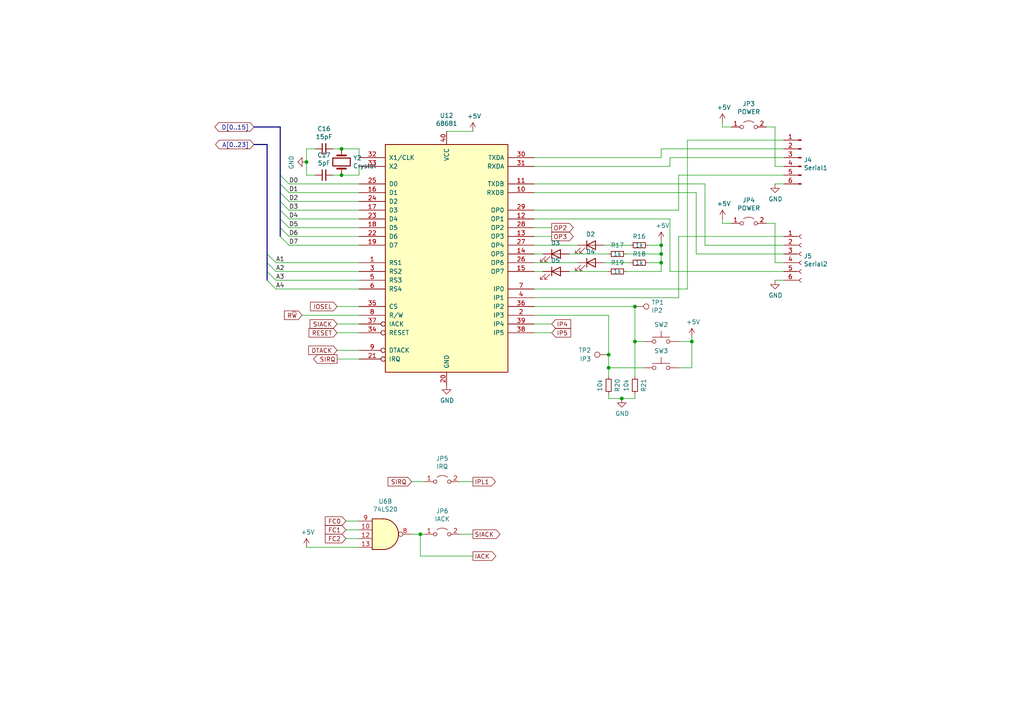
<source format=kicad_sch>
(kicad_sch (version 20211123) (generator eeschema)
  (paper "A4")
  (title_block (title "68k-SBC") (rev "2"))
  (lib_symbols
    (symbol "74xx:74LS20" (pin_names (offset 1.016))
      (property "Reference" "U" (at 0 1.27 0))
      (property "Value" "74LS20" (at 0 -1.27 0))
      (symbol "74LS20_1_1"
        (arc (start -0.635 -4.445) (mid 3.81 0) (end -0.635 4.445) (stroke (width 0.254)) (fill (type background)))
        (polyline (pts (xy -0.635 4.445) (xy -3.81 4.445) (xy -3.81 -4.445) (xy -0.635 -4.445)) (stroke (width 0.254)) (fill (type background)))
        (pin input line (at -7.62 3.81 0) (length 3.81) (name "~") (number "1"))
        (pin input line (at -7.62 1.27 0) (length 3.81) (name "~") (number "2"))
        (pin input line (at -7.62 -1.27 0) (length 3.81) (name "~") (number "4"))
        (pin input line (at -7.62 -3.81 0) (length 3.81) (name "~") (number "5"))
        (pin output inverted (at 7.62 0 180) (length 3.81) (name "~") (number "6"))
      )
      (symbol "74LS20_1_2"
        (arc (start -3.81 -4.445) (mid -2.5908 0) (end -3.81 4.445) (stroke (width 0.254)))
        (arc (start -0.6096 -4.445) (mid 2.2246 -2.8422) (end 3.81 0) (stroke (width 0.254)) (fill (type background)))
        (polyline (pts (xy -3.81 -4.445) (xy -0.635 -4.445)) (stroke (width 0.254)) (fill (type background)))
        (polyline (pts (xy -3.81 4.445) (xy -0.635 4.445)) (stroke (width 0.254)) (fill (type background)))
        (polyline (pts (xy -0.635 4.445) (xy -3.81 4.445) (xy -3.81 4.445) (xy -3.6322 4.0894) (xy -3.0988 2.921) (xy -2.7686 1.6764) (xy -2.6162 0.4318) (xy -2.6416 -0.8636) (xy -2.8702 -2.1082) (xy -3.2512 -3.3274) (xy -3.81 -4.445) (xy -3.81 -4.445) (xy -0.635 -4.445)) (stroke (width -25.4)) (fill (type background)))
        (arc (start 3.81 0) (mid 2.2204 2.8379) (end -0.6096 4.445) (stroke (width 0.254)) (fill (type background)))
        (pin input inverted (at -7.62 3.81 0) (length 3.81) (name "~") (number "1"))
        (pin input inverted (at -7.62 1.27 0) (length 4.826) (name "~") (number "2"))
        (pin input inverted (at -7.62 -1.27 0) (length 4.826) (name "~") (number "4"))
        (pin input inverted (at -7.62 -3.81 0) (length 3.81) (name "~") (number "5"))
        (pin output line (at 7.62 0 180) (length 3.81) (name "~") (number "6"))
      )
      (symbol "74LS20_2_1"
        (arc (start -0.635 -4.445) (mid 3.81 0) (end -0.635 4.445) (stroke (width 0.254)) (fill (type background)))
        (polyline (pts (xy -0.635 4.445) (xy -3.81 4.445) (xy -3.81 -4.445) (xy -0.635 -4.445)) (stroke (width 0.254)) (fill (type background)))
        (pin input line (at -7.62 1.27 0) (length 3.81) (name "~") (number "10"))
        (pin input line (at -7.62 -1.27 0) (length 3.81) (name "~") (number "12"))
        (pin input line (at -7.62 -3.81 0) (length 3.81) (name "~") (number "13"))
        (pin output inverted (at 7.62 0 180) (length 3.81) (name "~") (number "8"))
        (pin input line (at -7.62 3.81 0) (length 3.81) (name "~") (number "9"))
      )
      (symbol "74LS20_2_2"
        (arc (start -3.81 -4.445) (mid -2.5908 0) (end -3.81 4.445) (stroke (width 0.254)))
        (arc (start -0.6096 -4.445) (mid 2.2246 -2.8422) (end 3.81 0) (stroke (width 0.254)) (fill (type background)))
        (polyline (pts (xy -3.81 -4.445) (xy -0.635 -4.445)) (stroke (width 0.254)) (fill (type background)))
        (polyline (pts (xy -3.81 4.445) (xy -0.635 4.445)) (stroke (width 0.254)) (fill (type background)))
        (polyline (pts (xy -0.635 4.445) (xy -3.81 4.445) (xy -3.81 4.445) (xy -3.6322 4.0894) (xy -3.0988 2.921) (xy -2.7686 1.6764) (xy -2.6162 0.4318) (xy -2.6416 -0.8636) (xy -2.8702 -2.1082) (xy -3.2512 -3.3274) (xy -3.81 -4.445) (xy -3.81 -4.445) (xy -0.635 -4.445)) (stroke (width -25.4)) (fill (type background)))
        (arc (start 3.81 0) (mid 2.2204 2.8379) (end -0.6096 4.445) (stroke (width 0.254)) (fill (type background)))
        (pin input inverted (at -7.62 1.27 0) (length 4.826) (name "~") (number "10"))
        (pin input inverted (at -7.62 -1.27 0) (length 4.826) (name "~") (number "12"))
        (pin input inverted (at -7.62 -3.81 0) (length 3.81) (name "~") (number "13"))
        (pin output line (at 7.62 0 180) (length 3.81) (name "~") (number "8"))
        (pin input inverted (at -7.62 3.81 0) (length 3.81) (name "~") (number "9"))
      )
      (symbol "74LS20_3_0"
        (pin power_in line (at 0 12.7 270) (length 5.08) (name "VCC") (number "14"))
        (pin power_in line (at 0 -12.7 90) (length 5.08) (name "GND") (number "7"))
      )
      (symbol "74LS20_3_1"
        (rectangle (start -5.08 7.62) (end 5.08 -7.62) (stroke (width 0.254)) (fill (type background)))
      )
    )
    (symbol "Connector:Conn_01x06_Female" (pin_names (offset 1.016) hide)
      (property "Reference" "J" (at 0 7.62 0))
      (property "Value" "Conn_01x06_Female" (at 0 -10.16 0))
      (symbol "Conn_01x06_Female_1_1"
        (arc (start 0 -7.112) (mid -0.508 -7.62) (end 0 -8.128) (stroke (width 0.1524)))
        (arc (start 0 -4.572) (mid -0.508 -5.08) (end 0 -5.588) (stroke (width 0.1524)))
        (arc (start 0 -2.032) (mid -0.508 -2.54) (end 0 -3.048) (stroke (width 0.1524)))
        (polyline (pts (xy -1.27 -7.62) (xy -0.508 -7.62)) (stroke (width 0.1524)))
        (polyline (pts (xy -1.27 -5.08) (xy -0.508 -5.08)) (stroke (width 0.1524)))
        (polyline (pts (xy -1.27 -2.54) (xy -0.508 -2.54)) (stroke (width 0.1524)))
        (polyline (pts (xy -1.27 0) (xy -0.508 0)) (stroke (width 0.1524)))
        (polyline (pts (xy -1.27 2.54) (xy -0.508 2.54)) (stroke (width 0.1524)))
        (polyline (pts (xy -1.27 5.08) (xy -0.508 5.08)) (stroke (width 0.1524)))
        (arc (start 0 0.508) (mid -0.508 0) (end 0 -0.508) (stroke (width 0.1524)))
        (arc (start 0 3.048) (mid -0.508 2.54) (end 0 2.032) (stroke (width 0.1524)))
        (arc (start 0 5.588) (mid -0.508 5.08) (end 0 4.572) (stroke (width 0.1524)))
        (pin passive line (at -5.08 5.08 0) (length 3.81) (name "Pin_1") (number "1"))
        (pin passive line (at -5.08 2.54 0) (length 3.81) (name "Pin_2") (number "2"))
        (pin passive line (at -5.08 0 0) (length 3.81) (name "Pin_3") (number "3"))
        (pin passive line (at -5.08 -2.54 0) (length 3.81) (name "Pin_4") (number "4"))
        (pin passive line (at -5.08 -5.08 0) (length 3.81) (name "Pin_5") (number "5"))
        (pin passive line (at -5.08 -7.62 0) (length 3.81) (name "Pin_6") (number "6"))
      )
    )
    (symbol "Connector:Conn_01x06_Male" (pin_names (offset 1.016) hide)
      (property "Reference" "J" (at 0 7.62 0))
      (property "Value" "Conn_01x06_Male" (at 0 -10.16 0))
      (symbol "Conn_01x06_Male_1_1"
        (polyline (pts (xy 1.27 -7.62) (xy 0.8636 -7.62)) (stroke (width 0.1524)))
        (polyline (pts (xy 1.27 -5.08) (xy 0.8636 -5.08)) (stroke (width 0.1524)))
        (polyline (pts (xy 1.27 -2.54) (xy 0.8636 -2.54)) (stroke (width 0.1524)))
        (polyline (pts (xy 1.27 0) (xy 0.8636 0)) (stroke (width 0.1524)))
        (polyline (pts (xy 1.27 2.54) (xy 0.8636 2.54)) (stroke (width 0.1524)))
        (polyline (pts (xy 1.27 5.08) (xy 0.8636 5.08)) (stroke (width 0.1524)))
        (rectangle (start 0.8636 -7.493) (end 0 -7.747) (stroke (width 0.1524)) (fill (type outline)))
        (rectangle (start 0.8636 -4.953) (end 0 -5.207) (stroke (width 0.1524)) (fill (type outline)))
        (rectangle (start 0.8636 -2.413) (end 0 -2.667) (stroke (width 0.1524)) (fill (type outline)))
        (rectangle (start 0.8636 0.127) (end 0 -0.127) (stroke (width 0.1524)) (fill (type outline)))
        (rectangle (start 0.8636 2.667) (end 0 2.413) (stroke (width 0.1524)) (fill (type outline)))
        (rectangle (start 0.8636 5.207) (end 0 4.953) (stroke (width 0.1524)) (fill (type outline)))
        (pin passive line (at 5.08 5.08 180) (length 3.81) (name "Pin_1") (number "1"))
        (pin passive line (at 5.08 2.54 180) (length 3.81) (name "Pin_2") (number "2"))
        (pin passive line (at 5.08 0 180) (length 3.81) (name "Pin_3") (number "3"))
        (pin passive line (at 5.08 -2.54 180) (length 3.81) (name "Pin_4") (number "4"))
        (pin passive line (at 5.08 -5.08 180) (length 3.81) (name "Pin_5") (number "5"))
        (pin passive line (at 5.08 -7.62 180) (length 3.81) (name "Pin_6") (number "6"))
      )
    )
    (symbol "Connector:TestPoint" (pin_numbers hide) (pin_names (offset 0.762) hide)
      (property "Reference" "TP" (at 0 6.858 0))
      (property "Value" "TestPoint" (at 0 5.08 0))
      (symbol "TestPoint_0_1"
        (circle (center 0 3.302) (radius 0.762))
      )
      (symbol "TestPoint_1_1"
        (pin passive line (at 0 0 90) (length 2.54) (name "1") (number "1"))
      )
    )
    (symbol "Device:C_Small" (pin_numbers hide) (pin_names (offset 0.254) hide)
      (property "Reference" "C" (at 0.254 1.778 0))
      (property "Value" "C_Small" (at 0.254 -2.032 0))
      (symbol "C_Small_0_1"
        (polyline (pts (xy -1.524 -0.508) (xy 1.524 -0.508)) (stroke (width 0.3302)))
        (polyline (pts (xy -1.524 0.508) (xy 1.524 0.508)) (stroke (width 0.3048)))
      )
      (symbol "C_Small_1_1"
        (pin passive line (at 0 2.54 270) (length 2.032) (name "~") (number "1"))
        (pin passive line (at 0 -2.54 90) (length 2.032) (name "~") (number "2"))
      )
    )
    (symbol "Device:Crystal" (pin_numbers hide) (pin_names (offset 1.016) hide)
      (property "Reference" "Y" (at 0 3.81 0))
      (property "Value" "Crystal" (at 0 -3.81 0))
      (symbol "Crystal_0_1"
        (rectangle (start -1.143 2.54) (end 1.143 -2.54) (stroke (width 0.3048)))
        (polyline (pts (xy -2.54 0) (xy -1.905 0)))
        (polyline (pts (xy -1.905 -1.27) (xy -1.905 1.27)) (stroke (width 0.508)))
        (polyline (pts (xy 1.905 -1.27) (xy 1.905 1.27)) (stroke (width 0.508)))
        (polyline (pts (xy 2.54 0) (xy 1.905 0)))
      )
      (symbol "Crystal_1_1"
        (pin passive line (at -3.81 0 0) (length 1.27) (name "1") (number "1"))
        (pin passive line (at 3.81 0 180) (length 1.27) (name "2") (number "2"))
      )
    )
    (symbol "Device:LED" (pin_numbers hide) (pin_names (offset 1.016) hide)
      (property "Reference" "D" (at 0 2.54 0))
      (property "Value" "LED" (at 0 -2.54 0))
      (symbol "LED_0_1"
        (polyline (pts (xy -1.27 -1.27) (xy -1.27 1.27)) (stroke (width 0.254)))
        (polyline (pts (xy -1.27 0) (xy 1.27 0)))
        (polyline (pts (xy 1.27 -1.27) (xy 1.27 1.27) (xy -1.27 0) (xy 1.27 -1.27)) (stroke (width 0.254)))
        (polyline (pts (xy -3.048 -0.762) (xy -4.572 -2.286) (xy -3.81 -2.286) (xy -4.572 -2.286) (xy -4.572 -1.524)))
        (polyline (pts (xy -1.778 -0.762) (xy -3.302 -2.286) (xy -2.54 -2.286) (xy -3.302 -2.286) (xy -3.302 -1.524)))
      )
      (symbol "LED_1_1"
        (pin passive line (at -3.81 0 0) (length 2.54) (name "K") (number "1"))
        (pin passive line (at 3.81 0 180) (length 2.54) (name "A") (number "2"))
      )
    )
    (symbol "Device:R_Small" (pin_numbers hide) (pin_names (offset 0.254) hide)
      (property "Reference" "R" (at 0.762 0.508 0))
      (property "Value" "R_Small" (at 0.762 -1.016 0))
      (symbol "R_Small_0_1"
        (rectangle (start -0.762 1.778) (end 0.762 -1.778) (stroke (width 0.2032)))
      )
      (symbol "R_Small_1_1"
        (pin passive line (at 0 2.54 270) (length 0.762) (name "~") (number "1"))
        (pin passive line (at 0 -2.54 90) (length 0.762) (name "~") (number "2"))
      )
    )
    (symbol "Interface:68681" (pin_names (offset 1.016))
      (property "Reference" "U" (at 0 3.81 0))
      (property "Value" "68681" (at 0 -2.54 0))
      (symbol "68681_0_1"
        (rectangle (start -17.78 -31.75) (end 17.78 34.29) (stroke (width 0.254)) (fill (type background)))
      )
      (symbol "68681_1_1"
        (pin input line (at -25.4 0 0) (length 7.62) (name "RS1") (number "1"))
        (pin input line (at 25.4 20.32 180) (length 7.62) (name "RXDB") (number "10"))
        (pin output line (at 25.4 22.86 180) (length 7.62) (name "TXDB") (number "11"))
        (pin output line (at 25.4 12.7 180) (length 7.62) (name "OP1") (number "12"))
        (pin output line (at 25.4 7.62 180) (length 7.62) (name "OP3") (number "13"))
        (pin output line (at 25.4 2.54 180) (length 7.62) (name "OP5") (number "14"))
        (pin output line (at 25.4 -2.54 180) (length 7.62) (name "OP7") (number "15"))
        (pin tri_state line (at -25.4 20.32 0) (length 7.62) (name "D1") (number "16"))
        (pin tri_state line (at -25.4 15.24 0) (length 7.62) (name "D3") (number "17"))
        (pin tri_state line (at -25.4 10.16 0) (length 7.62) (name "D5") (number "18"))
        (pin tri_state line (at -25.4 5.08 0) (length 7.62) (name "D7") (number "19"))
        (pin input line (at 25.4 -15.24 180) (length 7.62) (name "IP3") (number "2"))
        (pin power_in line (at 0 -35.56 90) (length 3.81) (name "GND") (number "20"))
        (pin output inverted (at -25.4 -27.94 0) (length 7.62) (name "IRQ") (number "21"))
        (pin tri_state line (at -25.4 7.62 0) (length 7.62) (name "D6") (number "22"))
        (pin tri_state line (at -25.4 12.7 0) (length 7.62) (name "D4") (number "23"))
        (pin tri_state line (at -25.4 17.78 0) (length 7.62) (name "D2") (number "24"))
        (pin tri_state line (at -25.4 22.86 0) (length 7.62) (name "D0") (number "25"))
        (pin output line (at 25.4 0 180) (length 7.62) (name "OP6") (number "26"))
        (pin output line (at 25.4 5.08 180) (length 7.62) (name "OP4") (number "27"))
        (pin output line (at 25.4 10.16 180) (length 7.62) (name "OP2") (number "28"))
        (pin output line (at 25.4 15.24 180) (length 7.62) (name "OP0") (number "29"))
        (pin input line (at -25.4 -2.54 0) (length 7.62) (name "RS2") (number "3"))
        (pin output line (at 25.4 30.48 180) (length 7.62) (name "TXDA") (number "30"))
        (pin input line (at 25.4 27.94 180) (length 7.62) (name "RXDA") (number "31"))
        (pin input line (at -25.4 30.48 0) (length 7.62) (name "X1/CLK") (number "32"))
        (pin input line (at -25.4 27.94 0) (length 7.62) (name "X2") (number "33"))
        (pin input inverted (at -25.4 -20.32 0) (length 7.62) (name "RESET") (number "34"))
        (pin input line (at -25.4 -12.7 0) (length 7.62) (name "CS") (number "35"))
        (pin input line (at 25.4 -12.7 180) (length 7.62) (name "IP2") (number "36"))
        (pin input inverted (at -25.4 -17.78 0) (length 7.62) (name "IACK") (number "37"))
        (pin input line (at 25.4 -20.32 180) (length 7.62) (name "IP5") (number "38"))
        (pin input line (at 25.4 -17.78 180) (length 7.62) (name "IP4") (number "39"))
        (pin input line (at 25.4 -10.16 180) (length 7.62) (name "IP1") (number "4"))
        (pin power_in line (at 0 38.1 270) (length 3.81) (name "VCC") (number "40"))
        (pin input line (at -25.4 -5.08 0) (length 7.62) (name "RS3") (number "5"))
        (pin input line (at -25.4 -7.62 0) (length 7.62) (name "RS4") (number "6"))
        (pin input line (at 25.4 -7.62 180) (length 7.62) (name "IP0") (number "7"))
        (pin input line (at -25.4 -15.24 0) (length 7.62) (name "R/W") (number "8"))
        (pin open_collector inverted (at -25.4 -25.4 0) (length 7.62) (name "DTACK") (number "9"))
      )
    )
    (symbol "Jumper:Jumper_2_Open" (pin_names (offset 0) hide)
      (property "Reference" "JP" (at 0 2.794 0))
      (property "Value" "Jumper_2_Open" (at 0 -2.286 0))
      (symbol "Jumper_2_Open_0_0"
        (circle (center -2.032 0) (radius 0.508))
        (circle (center 2.032 0) (radius 0.508))
      )
      (symbol "Jumper_2_Open_0_1"
        (arc (start 1.524 1.27) (mid 0 1.778) (end -1.524 1.27))
      )
      (symbol "Jumper_2_Open_1_1"
        (pin passive line (at -5.08 0 0) (length 2.54) (name "A") (number "1"))
        (pin passive line (at 5.08 0 180) (length 2.54) (name "B") (number "2"))
      )
    )
    (symbol "Switch:SW_Push" (pin_numbers hide) (pin_names (offset 1.016) hide)
      (property "Reference" "SW" (at 1.27 2.54 0))
      (property "Value" "SW_Push" (at 0 -1.524 0))
      (symbol "SW_Push_0_1"
        (circle (center -2.032 0) (radius 0.508))
        (polyline (pts (xy 0 1.27) (xy 0 3.048)))
        (polyline (pts (xy 2.54 1.27) (xy -2.54 1.27)))
        (circle (center 2.032 0) (radius 0.508))
        (pin passive line (at -5.08 0 0) (length 2.54) (name "1") (number "1"))
        (pin passive line (at 5.08 0 180) (length 2.54) (name "2") (number "2"))
      )
    )
    (symbol "power:+5V" (power) (pin_names (offset 0))
      (property "Value" "+5V" (at 0 3.556 0))
      (symbol "+5V_0_1"
        (polyline (pts (xy -0.762 1.27) (xy 0 2.54)))
        (polyline (pts (xy 0 0) (xy 0 2.54)))
        (polyline (pts (xy 0 2.54) (xy 0.762 1.27)))
      )
      (symbol "+5V_1_1"
        (pin power_in line (at 0 0 90) (length 0) hide (name "+5V") (number "1"))
      )
    )
    (symbol "power:GND" (power) (pin_names (offset 0))
      (property "Value" "GND" (at 0 -3.81 0))
      (symbol "GND_0_1"
        (polyline (pts (xy 0 0) (xy 0 -1.27) (xy 1.27 -1.27) (xy 0 -2.54) (xy -1.27 -1.27) (xy 0 -1.27)))
      )
      (symbol "GND_1_1"
        (pin power_in line (at 0 0 270) (length 0) hide (name "GND") (number "1"))
      )
    )
  )
  (junction (at 176.53 106.68))
  (junction (at 88.9 46.99))
  (junction (at 191.77 71.12))
  (junction (at 184.15 88.9))
  (junction (at 191.77 76.2))
  (junction (at 99.06 50.8))
  (junction (at 191.77 73.66))
  (junction (at 121.92 154.94))
  (junction (at 200.66 99.06))
  (junction (at 176.53 102.87))
  (junction (at 99.06 43.18))
  (junction (at 180.34 115.57))
  (junction (at 184.15 99.06))
  (bus_entry (at 80.01 83.82) (size -2.54 -2.54))
  (bus_entry (at 83.82 53.34) (size -2.54 -2.54))
  (bus_entry (at 80.01 81.28) (size -2.54 -2.54))
  (bus_entry (at 83.82 63.5) (size -2.54 -2.54))
  (bus_entry (at 83.82 66.04) (size -2.54 -2.54))
  (bus_entry (at 83.82 68.58) (size -2.54 -2.54))
  (bus_entry (at 83.82 60.96) (size -2.54 -2.54))
  (bus_entry (at 83.82 71.12) (size -2.54 -2.54))
  (bus_entry (at 83.82 55.88) (size -2.54 -2.54))
  (bus_entry (at 80.01 78.74) (size -2.54 -2.54))
  (bus_entry (at 80.01 76.2) (size -2.54 -2.54))
  (bus_entry (at 83.82 58.42) (size -2.54 -2.54))
  (wire (pts (xy 184.15 88.9) (xy 184.15 99.06)))
  (wire (pts (xy 191.77 71.12) (xy 191.77 73.66)))
  (wire (pts (xy 104.14 158.75) (xy 88.9 158.75)))
  (wire (pts (xy 176.53 102.87) (xy 176.53 91.44)))
  (wire (pts (xy 157.48 78.74) (xy 154.94 78.74)))
  (wire (pts (xy 194.31 45.72) (xy 227.33 45.72)))
  (wire (pts (xy 154.94 48.26) (xy 194.31 48.26)))
  (wire (pts (xy 160.02 93.98) (xy 154.94 93.98)))
  (wire (pts (xy 182.88 71.12) (xy 175.26 71.12)))
  (wire (pts (xy 181.61 78.74) (xy 191.77 78.74)))
  (wire (pts (xy 99.06 50.8) (xy 96.52 50.8)))
  (wire (pts (xy 209.55 64.77) (xy 212.09 64.77)))
  (wire (pts (xy 199.39 40.64) (xy 199.39 83.82)))
  (bus (pts (xy 81.28 50.8) (xy 81.28 53.34)))
  (wire (pts (xy 180.34 115.57) (xy 176.53 115.57)))
  (wire (pts (xy 194.31 78.74) (xy 194.31 63.5)))
  (wire (pts (xy 104.14 68.58) (xy 83.82 68.58)))
  (wire (pts (xy 96.52 43.18) (xy 99.06 43.18)))
  (wire (pts (xy 119.38 139.7) (xy 123.19 139.7)))
  (wire (pts (xy 104.14 66.04) (xy 83.82 66.04)))
  (wire (pts (xy 121.92 161.29) (xy 121.92 154.94)))
  (wire (pts (xy 104.14 78.74) (xy 80.01 78.74)))
  (wire (pts (xy 204.47 71.12) (xy 227.33 71.12)))
  (wire (pts (xy 209.55 35.56) (xy 209.55 36.83)))
  (wire (pts (xy 104.14 71.12) (xy 83.82 71.12)))
  (wire (pts (xy 191.77 69.85) (xy 191.77 71.12)))
  (wire (pts (xy 104.14 60.96) (xy 83.82 60.96)))
  (wire (pts (xy 196.85 86.36) (xy 154.94 86.36)))
  (wire (pts (xy 222.25 64.77) (xy 224.79 64.77)))
  (wire (pts (xy 154.94 45.72) (xy 191.77 45.72)))
  (wire (pts (xy 104.14 81.28) (xy 80.01 81.28)))
  (wire (pts (xy 104.14 53.34) (xy 83.82 53.34)))
  (wire (pts (xy 133.35 139.7) (xy 137.16 139.7)))
  (wire (pts (xy 191.77 73.66) (xy 191.77 76.2)))
  (wire (pts (xy 191.77 45.72) (xy 191.77 43.18)))
  (wire (pts (xy 119.38 154.94) (xy 121.92 154.94)))
  (wire (pts (xy 199.39 83.82) (xy 154.94 83.82)))
  (wire (pts (xy 176.53 73.66) (xy 165.1 73.66)))
  (wire (pts (xy 160.02 68.58) (xy 154.94 68.58)))
  (wire (pts (xy 191.77 43.18) (xy 227.33 43.18)))
  (bus (pts (xy 81.28 60.96) (xy 81.28 63.5)))
  (wire (pts (xy 196.85 50.8) (xy 227.33 50.8)))
  (bus (pts (xy 77.47 76.2) (xy 77.47 78.74)))
  (wire (pts (xy 104.14 83.82) (xy 80.01 83.82)))
  (wire (pts (xy 184.15 114.3) (xy 184.15 115.57)))
  (wire (pts (xy 209.55 36.83) (xy 212.09 36.83)))
  (wire (pts (xy 121.92 161.29) (xy 137.16 161.29)))
  (wire (pts (xy 88.9 46.99) (xy 88.9 50.8)))
  (wire (pts (xy 97.79 88.9) (xy 104.14 88.9)))
  (wire (pts (xy 100.33 151.13) (xy 104.14 151.13)))
  (wire (pts (xy 184.15 115.57) (xy 180.34 115.57)))
  (wire (pts (xy 196.85 106.68) (xy 200.66 106.68)))
  (wire (pts (xy 191.77 73.66) (xy 181.61 73.66)))
  (wire (pts (xy 157.48 73.66) (xy 154.94 73.66)))
  (wire (pts (xy 121.92 154.94) (xy 123.19 154.94)))
  (wire (pts (xy 176.53 106.68) (xy 176.53 109.22)))
  (wire (pts (xy 191.77 78.74) (xy 191.77 76.2)))
  (bus (pts (xy 81.28 53.34) (xy 81.28 55.88)))
  (wire (pts (xy 104.14 63.5) (xy 83.82 63.5)))
  (wire (pts (xy 227.33 68.58) (xy 196.85 68.58)))
  (wire (pts (xy 182.88 76.2) (xy 175.26 76.2)))
  (wire (pts (xy 87.63 91.44) (xy 104.14 91.44)))
  (wire (pts (xy 199.39 40.64) (xy 227.33 40.64)))
  (wire (pts (xy 160.02 96.52) (xy 154.94 96.52)))
  (wire (pts (xy 167.64 76.2) (xy 154.94 76.2)))
  (wire (pts (xy 176.53 91.44) (xy 154.94 91.44)))
  (bus (pts (xy 77.47 41.91) (xy 77.47 73.66)))
  (wire (pts (xy 227.33 78.74) (xy 194.31 78.74)))
  (wire (pts (xy 196.85 60.96) (xy 154.94 60.96)))
  (wire (pts (xy 154.94 55.88) (xy 201.93 55.88)))
  (wire (pts (xy 222.25 36.83) (xy 224.79 36.83)))
  (wire (pts (xy 200.66 97.79) (xy 200.66 99.06)))
  (wire (pts (xy 204.47 53.34) (xy 204.47 71.12)))
  (wire (pts (xy 97.79 96.52) (xy 104.14 96.52)))
  (wire (pts (xy 154.94 53.34) (xy 204.47 53.34)))
  (wire (pts (xy 194.31 63.5) (xy 154.94 63.5)))
  (wire (pts (xy 176.53 115.57) (xy 176.53 114.3)))
  (wire (pts (xy 224.79 36.83) (xy 224.79 48.26)))
  (bus (pts (xy 77.47 73.66) (xy 77.47 76.2)))
  (wire (pts (xy 184.15 99.06) (xy 186.69 99.06)))
  (wire (pts (xy 104.14 55.88) (xy 83.82 55.88)))
  (wire (pts (xy 186.69 106.68) (xy 176.53 106.68)))
  (wire (pts (xy 191.77 76.2) (xy 187.96 76.2)))
  (wire (pts (xy 154.94 66.04) (xy 160.02 66.04)))
  (wire (pts (xy 194.31 48.26) (xy 194.31 45.72)))
  (wire (pts (xy 104.14 76.2) (xy 80.01 76.2)))
  (wire (pts (xy 196.85 50.8) (xy 196.85 60.96)))
  (bus (pts (xy 81.28 36.83) (xy 73.66 36.83)))
  (bus (pts (xy 77.47 78.74) (xy 77.47 81.28)))
  (wire (pts (xy 224.79 76.2) (xy 227.33 76.2)))
  (wire (pts (xy 184.15 99.06) (xy 184.15 109.22)))
  (wire (pts (xy 104.14 50.8) (xy 99.06 50.8)))
  (bus (pts (xy 81.28 58.42) (xy 81.28 60.96)))
  (bus (pts (xy 81.28 55.88) (xy 81.28 58.42)))
  (wire (pts (xy 104.14 43.18) (xy 104.14 45.72)))
  (wire (pts (xy 100.33 156.21) (xy 104.14 156.21)))
  (bus (pts (xy 81.28 66.04) (xy 81.28 68.58)))
  (wire (pts (xy 224.79 48.26) (xy 227.33 48.26)))
  (bus (pts (xy 73.66 41.91) (xy 77.47 41.91)))
  (wire (pts (xy 176.53 78.74) (xy 165.1 78.74)))
  (wire (pts (xy 154.94 88.9) (xy 184.15 88.9)))
  (wire (pts (xy 129.54 38.1) (xy 137.16 38.1)))
  (wire (pts (xy 201.93 73.66) (xy 227.33 73.66)))
  (wire (pts (xy 224.79 64.77) (xy 224.79 76.2)))
  (wire (pts (xy 104.14 153.67) (xy 100.33 153.67)))
  (wire (pts (xy 200.66 106.68) (xy 200.66 99.06)))
  (wire (pts (xy 196.85 68.58) (xy 196.85 86.36)))
  (wire (pts (xy 97.79 93.98) (xy 104.14 93.98)))
  (wire (pts (xy 97.79 101.6) (xy 104.14 101.6)))
  (wire (pts (xy 91.44 43.18) (xy 88.9 43.18)))
  (wire (pts (xy 227.33 53.34) (xy 224.79 53.34)))
  (wire (pts (xy 104.14 48.26) (xy 104.14 50.8)))
  (wire (pts (xy 200.66 99.06) (xy 196.85 99.06)))
  (wire (pts (xy 88.9 50.8) (xy 91.44 50.8)))
  (wire (pts (xy 209.55 63.5) (xy 209.55 64.77)))
  (wire (pts (xy 99.06 43.18) (xy 104.14 43.18)))
  (wire (pts (xy 176.53 106.68) (xy 176.53 102.87)))
  (wire (pts (xy 227.33 81.28) (xy 224.79 81.28)))
  (wire (pts (xy 201.93 55.88) (xy 201.93 73.66)))
  (wire (pts (xy 88.9 43.18) (xy 88.9 46.99)))
  (wire (pts (xy 97.79 104.14) (xy 104.14 104.14)))
  (bus (pts (xy 81.28 63.5) (xy 81.28 66.04)))
  (bus (pts (xy 81.28 36.83) (xy 81.28 50.8)))
  (wire (pts (xy 104.14 58.42) (xy 83.82 58.42)))
  (wire (pts (xy 167.64 71.12) (xy 154.94 71.12)))
  (wire (pts (xy 191.77 71.12) (xy 187.96 71.12)))
  (wire (pts (xy 133.35 154.94) (xy 137.16 154.94)))
  (label "A1" (at 80.01 76.2 0))
  (label "D4" (at 83.82 63.5 0))
  (label "A2" (at 80.01 78.74 0))
  (label "D2" (at 83.82 58.42 0))
  (label "D0" (at 83.82 53.34 0))
  (label "D6" (at 83.82 68.58 0))
  (label "D1" (at 83.82 55.88 0))
  (label "D7" (at 83.82 71.12 0))
  (label "A4" (at 80.01 83.82 0))
  (label "D3" (at 83.82 60.96 0))
  (label "D5" (at 83.82 66.04 0))
  (label "A3" (at 80.01 81.28 0))
  (global_label "IOSEL" (shape input) (at 97.79 88.9 180) (property "Intersheet References" "${INTERSHEET_REFS}" (effects hide)))
  (global_label "IACK" (shape output) (at 137.16 161.29 0) (property "Intersheet References" "${INTERSHEET_REFS}" (effects hide)))
  (global_label "IP4" (shape input) (at 160.02 93.98 0) (property "Intersheet References" "${INTERSHEET_REFS}" (effects hide)))
  (global_label "OP3" (shape output) (at 160.02 68.58 0) (property "Intersheet References" "${INTERSHEET_REFS}" (effects hide)))
  (global_label "FC0" (shape input) (at 100.33 151.13 180) (property "Intersheet References" "${INTERSHEET_REFS}" (effects hide)))
  (global_label "R~{W}" (shape input) (at 87.63 91.44 180) (property "Intersheet References" "${INTERSHEET_REFS}" (effects hide)))
  (global_label "IPL1" (shape output) (at 137.16 139.7 0) (property "Intersheet References" "${INTERSHEET_REFS}" (effects hide)))
  (global_label "FC1" (shape input) (at 100.33 153.67 180) (property "Intersheet References" "${INTERSHEET_REFS}" (effects hide)))
  (global_label "IP5" (shape input) (at 160.02 96.52 0) (property "Intersheet References" "${INTERSHEET_REFS}" (effects hide)))
  (global_label "SIRQ" (shape input) (at 119.38 139.7 180) (property "Intersheet References" "${INTERSHEET_REFS}" (effects hide)))
  (global_label "SIACK" (shape output) (at 137.16 154.94 0) (property "Intersheet References" "${INTERSHEET_REFS}" (effects hide)))
  (global_label "FC2" (shape input) (at 100.33 156.21 180) (property "Intersheet References" "${INTERSHEET_REFS}" (effects hide)))
  (global_label "D[0..15]" (shape tri_state) (at 73.66 36.83 180) (property "Intersheet References" "${INTERSHEET_REFS}" (effects hide)))
  (global_label "RESET" (shape input) (at 97.79 96.52 180) (property "Intersheet References" "${INTERSHEET_REFS}" (effects hide)))
  (global_label "OP2" (shape output) (at 160.02 66.04 0) (property "Intersheet References" "${INTERSHEET_REFS}" (effects hide)))
  (global_label "A[0..23]" (shape tri_state) (at 73.66 41.91 180) (property "Intersheet References" "${INTERSHEET_REFS}" (effects hide)))
  (global_label "DTACK" (shape input) (at 97.79 101.6 180) (property "Intersheet References" "${INTERSHEET_REFS}" (effects hide)))
  (global_label "SIRQ" (shape output) (at 97.79 104.14 180) (property "Intersheet References" "${INTERSHEET_REFS}" (effects hide)))
  (global_label "SIACK" (shape input) (at 97.79 93.98 180) (property "Intersheet References" "${INTERSHEET_REFS}" (effects hide)))
  (symbol (lib_id "Connector:Conn_01x06_Female") (at 232.41 73.66 0) (unit 1)
    (property "Reference" "J5" (at 233.1212 74.2696 0) (effects (justify left)))
    (property "Value" "Serial2" (at 233.1212 76.581 0) (effects (justify left)))
    (property "Footprint" "Connector_PinHeader_2.54mm:PinHeader_1x06_P2.54mm_Horizontal" (effects hide))
  )
  (symbol (lib_id "Connector:Conn_01x06_Male") (at 232.41 45.72 0) (mirror y) (unit 1)
    (property "Reference" "J4" (at 233.1212 46.3804 0) (effects (justify right)))
    (property "Value" "Serial1" (at 233.1212 48.6918 0) (effects (justify right)))
    (property "Footprint" "Connector_PinHeader_2.54mm:PinHeader_1x06_P2.54mm_Horizontal" (effects hide))
  )
  (symbol (lib_id "power:GND") (at 224.79 81.28 0) (unit 1)
    (property "Reference" "#PWR040" (effects hide))
    (property "Value" "GND" (at 224.917 85.6742 0))
  )
  (symbol (lib_id "power:GND") (at 224.79 53.34 0) (unit 1)
    (property "Reference" "#PWR037" (effects hide))
    (property "Value" "GND" (at 224.917 57.7342 0))
  )
  (symbol (lib_id "Interface:68681") (at 129.54 76.2 0) (unit 1)
    (property "Reference" "U12" (at 129.54 33.5026 0))
    (property "Value" "68681" (at 129.54 35.814 0))
    (property "Footprint" "Package_DIP:DIP-40_W15.24mm_Socket_LongPads" (effects hide))
  )
  (symbol (lib_id "power:+5V") (at 137.16 38.1 0) (unit 1)
    (property "Reference" "#PWR035" (effects hide))
    (property "Value" "+5V" (at 137.541 33.7058 0))
  )
  (symbol (lib_id "power:GND") (at 129.54 111.76 0) (unit 1)
    (property "Reference" "#PWR043" (effects hide))
    (property "Value" "GND" (at 129.667 116.1542 0))
  )
  (symbol (lib_id "Device:Crystal") (at 99.06 46.99 90) (unit 1)
    (property "Reference" "Y2" (at 102.3874 45.8216 90) (effects (justify right)))
    (property "Value" "Crystal" (at 102.3874 48.133 90) (effects (justify right)))
    (property "Footprint" "Crystal:Crystal_HC49-4H_Vertical" (effects hide))
  )
  (symbol (lib_id "Device:C_Small") (at 93.98 43.18 90) (unit 1)
    (property "Reference" "C16" (at 93.98 37.3634 90))
    (property "Value" "15pF" (at 93.98 39.6748 90))
    (property "Footprint" "Capacitor_THT:C_Disc_D3.0mm_W2.0mm_P2.50mm" (effects hide))
  )
  (symbol (lib_id "Device:C_Small") (at 93.98 50.8 90) (unit 1)
    (property "Reference" "C17" (at 93.98 44.9834 90))
    (property "Value" "5pF" (at 93.98 47.2948 90))
    (property "Footprint" "Capacitor_THT:C_Disc_D3.0mm_W2.0mm_P2.50mm" (effects hide))
  )
  (symbol (lib_id "power:GND") (at 88.9 46.99 270) (unit 1)
    (property "Reference" "#PWR036" (effects hide))
    (property "Value" "GND" (at 84.5058 47.117 0))
  )
  (symbol (lib_id "Device:LED") (at 161.29 78.74 0) (unit 1)
    (property "Reference" "D5" (at 161.1122 75.565 0))
    (property "Value" "OP7" (effects hide))
    (property "Footprint" "LED_THT:LED_D5.0mm" (effects hide))
  )
  (symbol (lib_id "Device:LED") (at 161.29 73.66 0) (unit 1)
    (property "Reference" "D3" (at 161.1122 70.485 0))
    (property "Value" "OP5" (effects hide))
    (property "Footprint" "LED_THT:LED_D5.0mm" (effects hide))
  )
  (symbol (lib_id "Device:LED") (at 171.45 76.2 0) (unit 1)
    (property "Reference" "D4" (at 171.2722 73.025 0))
    (property "Value" "OP6" (effects hide))
    (property "Footprint" "LED_THT:LED_D5.0mm" (effects hide))
  )
  (symbol (lib_id "Device:LED") (at 171.45 71.12 0) (unit 1)
    (property "Reference" "D2" (at 171.2722 67.945 0))
    (property "Value" "OP4" (effects hide))
    (property "Footprint" "LED_THT:LED_D5.0mm" (effects hide))
  )
  (symbol (lib_id "Device:R_Small") (at 179.07 73.66 90) (unit 1)
    (property "Reference" "R17" (at 179.07 71.12 90))
    (property "Value" "1k" (at 179.07 73.66 90))
    (property "Footprint" "Resistor_THT:R_Axial_DIN0207_L6.3mm_D2.5mm_P7.62mm_Horizontal" (effects hide))
  )
  (symbol (lib_id "Device:R_Small") (at 179.07 78.74 90) (unit 1)
    (property "Reference" "R19" (at 179.07 76.2 90))
    (property "Value" "1k" (at 179.07 78.74 90))
    (property "Footprint" "Resistor_THT:R_Axial_DIN0207_L6.3mm_D2.5mm_P7.62mm_Horizontal" (effects hide))
  )
  (symbol (lib_id "Device:R_Small") (at 185.42 71.12 90) (unit 1)
    (property "Reference" "R16" (at 185.42 68.58 90))
    (property "Value" "1k" (at 185.42 71.12 90))
    (property "Footprint" "Resistor_THT:R_Axial_DIN0207_L6.3mm_D2.5mm_P7.62mm_Horizontal" (effects hide))
  )
  (symbol (lib_id "Device:R_Small") (at 185.42 76.2 90) (unit 1)
    (property "Reference" "R18" (at 185.42 73.66 90))
    (property "Value" "1k" (at 185.42 76.2 90))
    (property "Footprint" "Resistor_THT:R_Axial_DIN0207_L6.3mm_D2.5mm_P7.62mm_Horizontal" (effects hide))
  )
  (symbol (lib_id "power:+5V") (at 191.77 69.85 0) (unit 1)
    (property "Reference" "#PWR039" (effects hide))
    (property "Value" "+5V" (at 192.151 65.4558 0))
  )
  (symbol (lib_id "Switch:SW_Push") (at 191.77 99.06 0) (unit 1)
    (property "Reference" "SW2" (at 191.77 94.1578 0))
    (property "Value" "IP2" (effects hide))
    (property "Footprint" "Button_Switch_THT:SW_PUSH_6mm" (effects hide))
  )
  (symbol (lib_id "power:+5V") (at 200.66 97.79 0) (unit 1)
    (property "Reference" "#PWR041" (effects hide))
    (property "Value" "+5V" (at 201.041 93.3958 0))
  )
  (symbol (lib_id "Switch:SW_Push") (at 191.77 106.68 0) (unit 1)
    (property "Reference" "SW3" (at 191.77 101.7778 0))
    (property "Value" "IP3" (effects hide))
    (property "Footprint" "Button_Switch_THT:SW_PUSH_6mm" (effects hide))
  )
  (symbol (lib_id "Device:R_Small") (at 184.15 111.76 0) (unit 1)
    (property "Reference" "R21" (at 186.69 111.76 90))
    (property "Value" "10k" (at 181.61 111.76 90))
    (property "Footprint" "Resistor_THT:R_Axial_DIN0207_L6.3mm_D2.5mm_P7.62mm_Horizontal" (effects hide))
  )
  (symbol (lib_id "Device:R_Small") (at 176.53 111.76 0) (unit 1)
    (property "Reference" "R20" (at 179.07 111.76 90))
    (property "Value" "10k" (at 173.99 111.76 90))
    (property "Footprint" "Resistor_THT:R_Axial_DIN0207_L6.3mm_D2.5mm_P7.62mm_Horizontal" (effects hide))
  )
  (symbol (lib_id "power:GND") (at 180.34 115.57 0) (unit 1)
    (property "Reference" "#PWR042" (effects hide))
    (property "Value" "GND" (at 180.467 119.9642 0))
  )
  (symbol (lib_id "Jumper:Jumper_2_Open") (at 217.17 36.83 0) (unit 1)
    (property "Reference" "JP3" (at 217.17 30.1244 0))
    (property "Value" "POWER" (at 217.17 32.4358 0))
    (property "Footprint" "Connector_PinHeader_2.54mm:PinHeader_1x02_P2.54mm_Vertical" (effects hide))
  )
  (symbol (lib_id "power:+5V") (at 209.55 35.56 0) (unit 1)
    (property "Reference" "#PWR034" (effects hide))
    (property "Value" "+5V" (at 209.931 31.1658 0))
  )
  (symbol (lib_id "Jumper:Jumper_2_Open") (at 217.17 64.77 0) (unit 1)
    (property "Reference" "JP4" (at 217.17 58.0644 0))
    (property "Value" "POWER" (at 217.17 60.3758 0))
    (property "Footprint" "Connector_PinHeader_2.54mm:PinHeader_1x02_P2.54mm_Vertical" (effects hide))
  )
  (symbol (lib_id "power:+5V") (at 209.55 63.5 0) (unit 1)
    (property "Reference" "#PWR038" (effects hide))
    (property "Value" "+5V" (at 209.931 59.1058 0))
  )
  (symbol (lib_id "Connector:TestPoint") (at 184.15 88.9 270) (unit 1)
    (property "Reference" "TP1" (at 188.9252 87.7316 90) (effects (justify left)))
    (property "Value" "IP2" (at 188.9252 90.043 90) (effects (justify left)))
    (property "Footprint" "TestPoint:TestPoint_THTPad_2.0x2.0mm_Drill1.0mm" (effects hide))
  )
  (symbol (lib_id "Connector:TestPoint") (at 176.53 102.87 90) (unit 1)
    (property "Reference" "TP2" (at 171.45 101.6 90) (effects (justify left)))
    (property "Value" "IP3" (at 171.45 104.14 90) (effects (justify left)))
    (property "Footprint" "TestPoint:TestPoint_THTPad_2.0x2.0mm_Drill1.0mm" (effects hide))
  )
  (symbol (lib_id "Jumper:Jumper_2_Open") (at 128.27 154.94 0) (unit 1)
    (property "Reference" "JP6" (at 128.27 148.2344 0))
    (property "Value" "IACK" (at 128.27 150.5458 0))
    (property "Footprint" "Connector_PinHeader_2.54mm:PinHeader_1x02_P2.54mm_Vertical" (effects hide))
  )
  (symbol (lib_id "Jumper:Jumper_2_Open") (at 128.27 139.7 0) (unit 1)
    (property "Reference" "JP5" (at 128.27 132.9944 0))
    (property "Value" "IRQ" (at 128.27 135.3058 0))
    (property "Footprint" "Connector_PinHeader_2.54mm:PinHeader_1x02_P2.54mm_Vertical" (effects hide))
  )
  (symbol (lib_id "74xx:74LS20") (at 111.76 154.94 0) (unit 2)
    (property "Reference" "U6" (at 111.76 145.415 0))
    (property "Value" "74LS20" (at 111.76 147.7264 0))
    (property "Footprint" "Package_DIP:DIP-14_W7.62mm_LongPads" (effects hide))
    (property "Datasheet" "http://www.ti.com/lit/gpn/sn74LS20" (effects hide))
  )
  (symbol (lib_id "power:+5V") (at 88.9 158.75 0) (unit 1)
    (property "Reference" "#PWR044" (effects hide))
    (property "Value" "+5V" (at 89.281 154.3558 0))
  )
)
</source>
